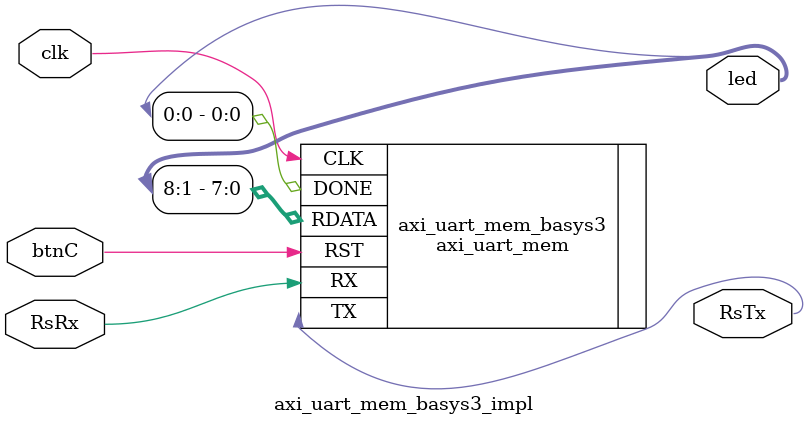
<source format=v>
`timescale 1ns / 1ps


module axi_uart_mem_basys3_impl(
    input clk,
    input btnC,     // rst_button
    input RsRx,
    output RsTx,
    output [8:0]led //done
    );
    
    axi_uart_mem axi_uart_mem_basys3(
        .CLK(clk),
        .RST(btnC),
        .RX(RsRx),
        .TX(RsTx),
        .DONE(led[0]),
        .RDATA(led[8:1])     // for debug
    );
    
endmodule

</source>
